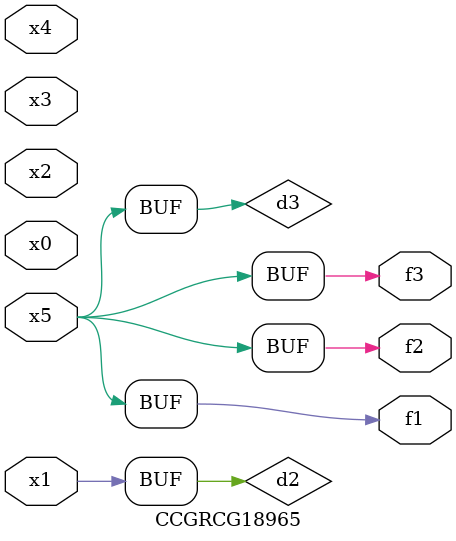
<source format=v>
module CCGRCG18965(
	input x0, x1, x2, x3, x4, x5,
	output f1, f2, f3
);

	wire d1, d2, d3;

	not (d1, x5);
	or (d2, x1);
	xnor (d3, d1);
	assign f1 = d3;
	assign f2 = d3;
	assign f3 = d3;
endmodule

</source>
